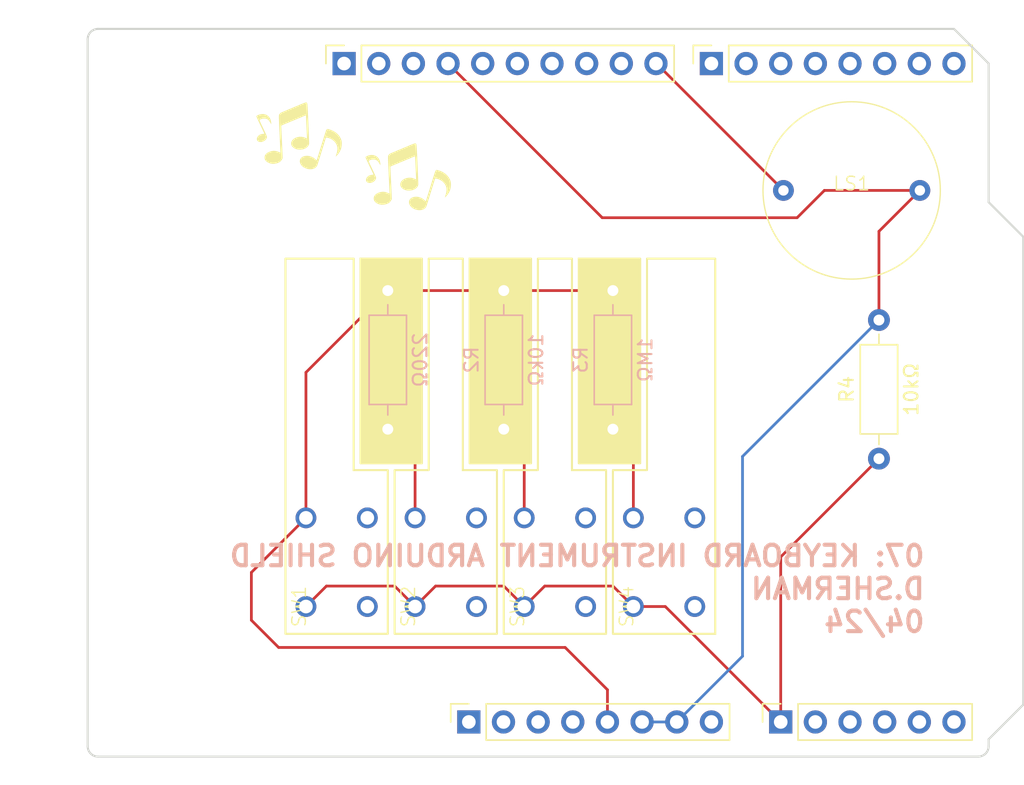
<source format=kicad_pcb>
(kicad_pcb (version 20240108) (generator "pcbnew") (generator_version "8.0")
  (title_block (date "mar. 31 mars 2015"))
  (layers (0 "F.Cu" signal) (31 "B.Cu" signal) (34 "B.Paste" user) (35 "F.Paste" user) (36 "B.SilkS" user "B.Silkscreen") (37 "F.SilkS" user "F.Silkscreen") (38 "B.Mask" user) (39 "F.Mask" user) (44 "Edge.Cuts" user))
  (net 0 "")
  (net 1 "GND")
  (net 3 "+5V")
  (net 4 "/IOREF")
  (net 5 "/A0")
  (net 6 "/A1")
  (net 7 "/A2")
  (net 8 "/A3")
  (net 9 "/SDA{slash}A4")
  (net 10 "/SCL{slash}A5")
  (net 11 "/13")
  (net 12 "/12")
  (net 13 "/AREF")
  (net 14 "/8")
  (net 15 "/7")
  (net 16 "/*11")
  (net 17 "/*10")
  (net 18 "/*9")
  (net 19 "/4")
  (net 20 "/2")
  (net 21 "/*6")
  (net 22 "/*5")
  (net 23 "/TX{slash}1")
  (net 24 "/*3")
  (net 25 "/RX{slash}0")
  (net 26 "+3V3")
  (net 27 "VCC")
  (net 28 "/~{RESET}")
  (net 29 "Net-(R1-Pad2)")
  (net 30 "Net-(R2-Pad2)")
  (net 31 "Net-(R3-Pad2)")
  (footprint "Connector_PinSocket_2.54mm:PinSocket_1x08_P2.54mm_Vertical" (layer "F.Cu") (at 127.94 97.46 90)
    (property "Reference" "J1" (hide yes))
    (property "Value" "Power")
    (fp_line (start 1.33 -1.33) (end 1.33 0) (stroke (width 0.12)) (layer "F.SilkS"))
    (fp_line (start 0 -1.33) (end 1.33 -1.33) (stroke (width 0.12)) (layer "F.SilkS"))
    (fp_line (start 1.33 1.27) (end 1.33 19.11) (stroke (width 0.12)) (layer "F.SilkS"))
    (fp_line (start -1.33 1.27) (end 1.33 1.27) (stroke (width 0.12)) (layer "F.SilkS"))
    (fp_line (start -1.33 1.27) (end -1.33 19.11) (stroke (width 0.12)) (layer "F.SilkS"))
    (fp_line (start -1.33 19.11) (end 1.33 19.11) (stroke (width 0.12)) (layer "F.SilkS"))
    (pad "1" thru_hole rect (at 0 0 90) (size 1.7 1.7) (drill 1) (layers "*.Cu" "*.Mask"))
    (pad "2" thru_hole oval (at 0 2.54 90) (size 1.7 1.7) (drill 1) (layers "*.Cu" "*.Mask") (net 4 "/IOREF"))
    (pad "3" thru_hole oval (at 0 5.08 90) (size 1.7 1.7) (drill 1) (layers "*.Cu" "*.Mask") (net 28 "/~{RESET}"))
    (pad "4" thru_hole oval (at 0 7.62 90) (size 1.7 1.7) (drill 1) (layers "*.Cu" "*.Mask") (net 26 "+3V3"))
    (pad "5" thru_hole oval (at 0 10.16 90) (size 1.7 1.7) (drill 1) (layers "*.Cu" "*.Mask") (net 3 "+5V"))
    (pad "6" thru_hole oval (at 0 12.7 90) (size 1.7 1.7) (drill 1) (layers "*.Cu" "*.Mask") (net 1 "GND"))
    (pad "7" thru_hole oval (at 0 15.24 90) (size 1.7 1.7) (drill 1) (layers "*.Cu" "*.Mask") (net 1 "GND"))
    (pad "8" thru_hole oval (at 0 17.78 90) (size 1.7 1.7) (drill 1) (layers "*.Cu" "*.Mask") (net 27 "VCC"))
  )
  (footprint "Connector_PinSocket_2.54mm:PinSocket_1x06_P2.54mm_Vertical" (layer "F.Cu") (at 150.8 97.46 90)
    (property "Reference" "J3" (hide yes))
    (property "Value" "Analog")
    (fp_line (start 1.33 -1.33) (end 1.33 0) (stroke (width 0.12)) (layer "F.SilkS"))
    (fp_line (start 0 -1.33) (end 1.33 -1.33) (stroke (width 0.12)) (layer "F.SilkS"))
    (fp_line (start 1.33 1.27) (end 1.33 14.03) (stroke (width 0.12)) (layer "F.SilkS"))
    (fp_line (start -1.33 1.27) (end 1.33 1.27) (stroke (width 0.12)) (layer "F.SilkS"))
    (fp_line (start -1.33 1.27) (end -1.33 14.03) (stroke (width 0.12)) (layer "F.SilkS"))
    (fp_line (start -1.33 14.03) (end 1.33 14.03) (stroke (width 0.12)) (layer "F.SilkS"))
    (pad "1" thru_hole rect (at 0 0 90) (size 1.7 1.7) (drill 1) (layers "*.Cu" "*.Mask") (net 5 "/A0"))
    (pad "2" thru_hole oval (at 0 2.54 90) (size 1.7 1.7) (drill 1) (layers "*.Cu" "*.Mask") (net 6 "/A1"))
    (pad "3" thru_hole oval (at 0 5.08 90) (size 1.7 1.7) (drill 1) (layers "*.Cu" "*.Mask") (net 7 "/A2"))
    (pad "4" thru_hole oval (at 0 7.62 90) (size 1.7 1.7) (drill 1) (layers "*.Cu" "*.Mask") (net 8 "/A3"))
    (pad "5" thru_hole oval (at 0 10.16 90) (size 1.7 1.7) (drill 1) (layers "*.Cu" "*.Mask") (net 9 "/SDA{slash}A4"))
    (pad "6" thru_hole oval (at 0 12.7 90) (size 1.7 1.7) (drill 1) (layers "*.Cu" "*.Mask") (net 10 "/SCL{slash}A5"))
  )
  (footprint "Connector_PinSocket_2.54mm:PinSocket_1x10_P2.54mm_Vertical" (layer "F.Cu") (at 118.796 49.2 90)
    (property "Reference" "J2" (hide yes))
    (property "Value" "Digital/PWM")
    (fp_line (start 1.33 -1.33) (end 1.33 0) (stroke (width 0.12)) (layer "F.SilkS"))
    (fp_line (start 0 -1.33) (end 1.33 -1.33) (stroke (width 0.12)) (layer "F.SilkS"))
    (fp_line (start 1.33 1.27) (end 1.33 24.19) (stroke (width 0.12)) (layer "F.SilkS"))
    (fp_line (start -1.33 1.27) (end 1.33 1.27) (stroke (width 0.12)) (layer "F.SilkS"))
    (fp_line (start -1.33 1.27) (end -1.33 24.19) (stroke (width 0.12)) (layer "F.SilkS"))
    (fp_line (start -1.33 24.19) (end 1.33 24.19) (stroke (width 0.12)) (layer "F.SilkS"))
    (pad "1" thru_hole rect (at 0 0 90) (size 1.7 1.7) (drill 1) (layers "*.Cu" "*.Mask") (net 10 "/SCL{slash}A5"))
    (pad "2" thru_hole oval (at 0 2.54 90) (size 1.7 1.7) (drill 1) (layers "*.Cu" "*.Mask") (net 9 "/SDA{slash}A4"))
    (pad "3" thru_hole oval (at 0 5.08 90) (size 1.7 1.7) (drill 1) (layers "*.Cu" "*.Mask") (net 13 "/AREF"))
    (pad "4" thru_hole oval (at 0 7.62 90) (size 1.7 1.7) (drill 1) (layers "*.Cu" "*.Mask") (net 1 "GND"))
    (pad "5" thru_hole oval (at 0 10.16 90) (size 1.7 1.7) (drill 1) (layers "*.Cu" "*.Mask") (net 11 "/13"))
    (pad "6" thru_hole oval (at 0 12.7 90) (size 1.7 1.7) (drill 1) (layers "*.Cu" "*.Mask") (net 12 "/12"))
    (pad "7" thru_hole oval (at 0 15.24 90) (size 1.7 1.7) (drill 1) (layers "*.Cu" "*.Mask") (net 16 "/*11"))
    (pad "8" thru_hole oval (at 0 17.78 90) (size 1.7 1.7) (drill 1) (layers "*.Cu" "*.Mask") (net 17 "/*10"))
    (pad "9" thru_hole oval (at 0 20.32 90) (size 1.7 1.7) (drill 1) (layers "*.Cu" "*.Mask") (net 18 "/*9"))
    (pad "10" thru_hole oval (at 0 22.86 90) (size 1.7 1.7) (drill 1) (layers "*.Cu" "*.Mask") (net 14 "/8"))
  )
  (footprint "Connector_PinSocket_2.54mm:PinSocket_1x08_P2.54mm_Vertical" (layer "F.Cu") (at 145.72 49.2 90)
    (property "Reference" "J4" (hide yes))
    (property "Value" "Digital/PWM")
    (fp_line (start 1.33 -1.33) (end 1.33 0) (stroke (width 0.12)) (layer "F.SilkS"))
    (fp_line (start 0 -1.33) (end 1.33 -1.33) (stroke (width 0.12)) (layer "F.SilkS"))
    (fp_line (start 1.33 1.27) (end 1.33 19.11) (stroke (width 0.12)) (layer "F.SilkS"))
    (fp_line (start -1.33 1.27) (end 1.33 1.27) (stroke (width 0.12)) (layer "F.SilkS"))
    (fp_line (start -1.33 1.27) (end -1.33 19.11) (stroke (width 0.12)) (layer "F.SilkS"))
    (fp_line (start -1.33 19.11) (end 1.33 19.11) (stroke (width 0.12)) (layer "F.SilkS"))
    (pad "1" thru_hole rect (at 0 0 90) (size 1.7 1.7) (drill 1) (layers "*.Cu" "*.Mask") (net 15 "/7"))
    (pad "2" thru_hole oval (at 0 2.54 90) (size 1.7 1.7) (drill 1) (layers "*.Cu" "*.Mask") (net 21 "/*6"))
    (pad "3" thru_hole oval (at 0 5.08 90) (size 1.7 1.7) (drill 1) (layers "*.Cu" "*.Mask") (net 22 "/*5"))
    (pad "4" thru_hole oval (at 0 7.62 90) (size 1.7 1.7) (drill 1) (layers "*.Cu" "*.Mask") (net 19 "/4"))
    (pad "5" thru_hole oval (at 0 10.16 90) (size 1.7 1.7) (drill 1) (layers "*.Cu" "*.Mask") (net 24 "/*3"))
    (pad "6" thru_hole oval (at 0 12.7 90) (size 1.7 1.7) (drill 1) (layers "*.Cu" "*.Mask") (net 20 "/2"))
    (pad "7" thru_hole oval (at 0 15.24 90) (size 1.7 1.7) (drill 1) (layers "*.Cu" "*.Mask") (net 23 "/TX{slash}1"))
    (pad "8" thru_hole oval (at 0 17.78 90) (size 1.7 1.7) (drill 1) (layers "*.Cu" "*.Mask") (net 25 "/RX{slash}0"))
  )
  (footprint "myLibrary:TS02 push button" (layer "F.Cu") (at 124 89 90)
    (property "Reference" "SW2" (at 0 -0.5 90) (layer "F.SilkS") (effects (font (thickness 0.1))))
    (property "Value" "SW_Push")
    (pad "1" thru_hole circle (at 0 0 90) (size 1.524 1.524) (drill 1) (layers "*.Cu" "*.Mask") (net 5 "/A0"))
    (pad "2" thru_hole circle (at 6.5 0 90) (size 1.524 1.524) (drill 1) (layers "*.Cu" "*.Mask") (net 29 "Net-(R1-Pad2)"))
    (pad "3" thru_hole circle (at 6.5 4.5 90) (size 1.524 1.524) (drill 1) (layers "*.Cu" "*.Mask"))
    (pad "4" thru_hole circle (at 0 4.5 90) (size 1.524 1.524) (drill 1) (layers "*.Cu" "*.Mask"))
  )
  (footprint "myLibrary:TS02 push button" (layer "F.Cu") (at 140 89 90)
    (property "Reference" "SW4" (at 0 -0.5 90) (layer "F.SilkS") (effects (font (thickness 0.1))))
    (property "Value" "SW_Push")
    (pad "1" thru_hole circle (at 0 0 90) (size 1.524 1.524) (drill 1) (layers "*.Cu" "*.Mask") (net 5 "/A0"))
    (pad "2" thru_hole circle (at 6.5 0 90) (size 1.524 1.524) (drill 1) (layers "*.Cu" "*.Mask") (net 31 "Net-(R3-Pad2)"))
    (pad "3" thru_hole circle (at 6.5 4.5 90) (size 1.524 1.524) (drill 1) (layers "*.Cu" "*.Mask"))
    (pad "4" thru_hole circle (at 0 4.5 90) (size 1.524 1.524) (drill 1) (layers "*.Cu" "*.Mask"))
  )
  (footprint "notes_footprint:notes_footprint" (layer "F.Cu") (at 123.5 57.5)
    (property "Reference" "G***" (hide yes))
    (property "Value" "LOGO" (hide yes))
    (fp_poly (pts (xy -2.575526 -1.595373) (xy -2.444972 -1.561344) (xy -2.328387 -1.500965) (xy -2.228377 -1.416153) (xy -2.147547 -1.308827) (xy -2.088503 -1.180906) (xy -2.05385 -1.034307) (xy -2.047511 -0.972522) (xy -2.044501 -0.913212) (xy -2.044205 -0.870148) (xy -2.046601 -0.850387) (xy -2.047909 -0.850116) (xy -2.059714 -0.867903) (xy -2.081622 -0.906265) (xy -2.107429 -0.954153) (xy -2.170873 -1.061404) (xy -2.235407 -1.141587) (xy -2.305799 -1.200118) (xy -2.343339 -1.222256) (xy -2.391753 -1.245049) (xy -2.437143 -1.258447) (xy -2.491397 -1.264811) (xy -2.566152 -1.266502) (xy -2.641353 -1.265022) (xy -2.696669 -1.258606) (xy -2.744815 -1.244726) (xy -2.798507 -1.220856) (xy -2.800267 -1.219993) (xy -2.850526 -1.193069) (xy -2.88768 -1.168967) (xy -2.902775 -1.154165) (xy -2.897532 -1.135679) (xy -2.879462 -1.091075) (xy -2.850049 -1.023627) (xy -2.810774 -0.936607) (xy -2.763121 -0.833289) (xy -2.708572 -0.716947) (xy -2.648609 -0.590854) (xy -2.631885 -0.555982) (xy -2.555633 -0.39594) (xy -2.490537 -0.256542) (xy -2.437282 -0.139341) (xy -2.396556 -0.045891) (xy -2.369045 0.022254) (xy -2.355434 0.063541) (xy -2.354027 0.072848) (xy -2.368055 0.145504) (xy -2.40574 0.223615) (xy -2.461928 0.297193) (xy -2.478393 0.313833) (xy -2.563579 0.377968) (xy -2.661844 0.423759) (xy -2.765275 0.449382) (xy -2.86596 0.453013) (xy -2.955988 0.43283) (xy -2.969414 0.427016) (xy -3.040871 0.378473) (xy -3.084979 0.315011) (xy -3.101329 0.24023) (xy -3.089508 0.157731) (xy -3.049107 0.071115) (xy -3.015381 0.024045) (xy -2.92994 -0.05623) (xy -2.824635 -0.11161) (xy -2.702306 -0.140718) (xy -2.669406 -0.143728) (xy -2.611621 -0.148989) (xy -2.569173 -0.155813) (xy -2.550143 -0.162844) (xy -2.549807 -0.163795) (xy -2.556668 -0.180721) (xy -2.576268 -0.223953) (xy -2.60713 -0.290359) (xy -2.647779 -0.376806) (xy -2.69674 -0.480163) (xy -2.752535 -0.597297) (xy -2.81369 -0.725076) (xy -2.845241 -0.790783) (xy -2.908484 -0.923284) (xy -2.966834 -1.047342) (xy -3.018834 -1.159725) (xy -3.063026 -1.257199) (xy -3.097953 -1.33653) (xy -3.122158 -1.394486) (xy -3.134183 -1.427833) (xy -3.135206 -1.434124) (xy -3.116357 -1.460308) (xy -3.07305 -1.491452) (xy -3.012331 -1.523796) (xy -2.941247 -1.553578) (xy -2.86812 -1.576705) (xy -2.717444 -1.601133)) (fill solid) (layer "F.SilkS"))
    (fp_poly (pts (xy 2.124431 -0.500205) (xy 2.161514 -0.491476) (xy 2.359401 -0.428205) (xy 2.540525 -0.34238) (xy 2.7024 -0.236119) (xy 2.842539 -0.11154) (xy 2.958456 0.029241) (xy 3.047664 0.184106) (xy 3.09372 0.302381) (xy 3.112595 0.37199) (xy 3.123634 0.441638) (xy 3.128337 0.523596) (xy 3.128714 0.588417) (xy 3.112877 0.784066) (xy 3.06748 0.96689) (xy 2.991513 1.139987) (xy 2.903031 1.280564) (xy 2.869616 1.323986) (xy 2.828547 1.373041) (xy 2.784768 1.422415) (xy 2.743223 1.466794) (xy 2.708856 1.500862) (xy 2.686611 1.519306) (xy 2.680855 1.519394) (xy 2.685591 1.501601) (xy 2.698115 1.459715) (xy 2.716291 1.40079) (xy 2.729901 1.357399) (xy 2.779169 1.174208) (xy 2.804411 1.01293) (xy 2.805657 0.873343) (xy 2.799243 0.822363) (xy 2.758405 0.678254) (xy 2.688583 0.543616) (xy 2.592879 0.421669) (xy 2.474397 0.315638) (xy 2.33624 0.228743) (xy 2.181511 0.164207) (xy 2.158621 0.157115) (xy 2.100821 0.142919) (xy 2.043894 0.133745) (xy 1.9964 0.130378) (xy 1.966896 0.133598) (xy 1.96139 0.139084) (xy 1.956675 0.156266) (xy 1.943191 0.201457) (xy 1.921928 0.271468) (xy 1.893878 0.363109) (xy 1.860031 0.47319) (xy 1.821378 0.598521) (xy 1.778911 0.735914) (xy 1.733619 0.882177) (xy 1.686494 1.034123) (xy 1.638527 1.18856) (xy 1.590708 1.3423) (xy 1.544028 1.492153) (xy 1.499479 1.634928) (xy 1.458051 1.767437) (xy 1.420734 1.88649) (xy 1.388521 1.988898) (xy 1.362401 2.071469) (xy 1.343366 2.131016) (xy 1.332406 2.164348) (xy 1.331021 2.168275) (xy 1.302978 2.220294) (xy 1.258328 2.277901) (xy 1.227188 2.30999) (xy 1.128969 2.379995) (xy 1.011473 2.426286) (xy 0.878608 2.448198) (xy 0.734284 2.44506) (xy 0.591532 2.418639) (xy 0.453453 2.37043) (xy 0.330419 2.30372) (xy 0.225647 2.221794) (xy 0.142354 2.127942) (xy 0.083755 2.025449) (xy 0.053067 1.917603) (xy 0.049194 1.864395) (xy 0.063172 1.760375) (xy 0.103179 1.670911) (xy 0.165725 1.596509) (xy 0.247324 1.537678) (xy 0.344485 1.494925) (xy 0.45372 1.468758) (xy 0.57154 1.459685) (xy 0.694457 1.468213) (xy 0.818982 1.49485) (xy 0.941626 1.540104) (xy 1.0589 1.604483) (xy 1.167315 1.688493) (xy 1.179544 1.699898) (xy 1.225823 1.742998) (xy 1.262237 1.775141) (xy 1.283142 1.791422) (xy 1.285916 1.792377) (xy 1.291458 1.776374) (xy 1.305762 1.731995) (xy 1.327931 1.662097) (xy 1.35707 1.569532) (xy 1.392284 1.457159) (xy 1.432678 1.32783) (xy 1.477355 1.184402) (xy 1.52542 1.02973) (xy 1.553597 0.938897) (xy 1.627723 0.699781) (xy 1.692806 0.489921) (xy 1.749508 0.307355) (xy 1.798487 0.150122) (xy 1.840404 0.016262) (xy 1.875918 -0.096188) (xy 1.90569 -0.189189) (xy 1.930379 -0.264702) (xy 1.950646 -0.324687) (xy 1.96715 -0.371107) (xy 1.980551 -0.405922) (xy 1.99151 -0.431095) (xy 2.000685 -0.448585) (xy 2.008737 -0.460354) (xy 2.016327 -0.468364) (xy 2.024113 -0.474576) (xy 2.03087 -0.479527) (xy 2.059751 -0.498345) (xy 2.086787 -0.504858)) (fill solid) (layer "F.SilkS"))
    (fp_poly (pts (xy 0.546453 -2.443134) (xy 0.569522 -2.426638) (xy 0.587263 -2.400316) (xy 0.596014 -2.381842) (xy 0.600657 -2.3638) (xy 0.605564 -2.329442) (xy 0.610825 -2.277205) (xy 0.616531 -2.205528) (xy 0.622773 -2.11285) (xy 0.629642 -1.997609) (xy 0.637229 -1.858243) (xy 0.645625 -1.693191) (xy 0.65492 -1.500892) (xy 0.665205 -1.279784) (xy 0.676572 -1.028305) (xy 0.682323 -0.89897) (xy 0.69167 -0.684283) (xy 0.700351 -0.477973) (xy 0.708278 -0.282511) (xy 0.715366 -0.10037) (xy 0.721528 0.065979) (xy 0.726677 0.214063) (xy 0.730727 0.341413) (xy 0.733591 0.445554) (xy 0.735184 0.524017) (xy 0.735417 0.574329) (xy 0.734531 0.592865) (xy 0.701874 0.687092) (xy 0.640615 0.777139) (xy 0.554813 0.857457) (xy 0.525838 0.878191) (xy 0.429773 0.934961) (xy 0.333648 0.973552) (xy 0.226854 0.997248) (xy 0.10281 1.00912) (xy -0.054061 1.007002) (xy -0.19192 0.981701) (xy -0.316003 0.93196) (xy -0.381851 0.892675) (xy -0.478715 0.812206) (xy -0.545495 0.722486) (xy -0.581797 0.626243) (xy -0.587232 0.526207) (xy -0.561407 0.425105) (xy -0.503932 0.325667) (xy -0.469185 0.283877) (xy -0.370848 0.199355) (xy -0.251826 0.134499) (xy -0.118134 0.09011) (xy 0.024216 0.066989) (xy 0.16921 0.065936) (xy 0.310837 0.087751) (xy 0.443082 0.133237) (xy 0.488647 0.156346) (xy 0.531108 0.177921) (xy 0.560738 0.188964) (xy 0.568402 0.188913) (xy 0.569438 0.171385) (xy 0.568992 0.124895) (xy 0.567185 0.053133) (xy 0.564136 -0.040214) (xy 0.559967 -0.151456) (xy 0.554797 -0.276903) (xy 0.548787 -0.412002) (xy 0.541955 -0.561351) (xy 0.535152 -0.711865) (xy 0.528643 -0.857576) (xy 0.522692 -0.99252) (xy 0.517562 -1.11073) (xy 0.513516 -1.206241) (xy 0.511547 -1.254472) (xy 0.507747 -1.340525) (xy 0.503802 -1.41372) (xy 0.500069 -1.468457) (xy 0.496907 -1.499138) (xy 0.495567 -1.503732) (xy 0.4797 -1.497629) (xy 0.436797 -1.480179) (xy 0.369973 -1.452672) (xy 0.28234 -1.416399) (xy 0.177013 -1.37265) (xy 0.057104 -1.322716) (xy -0.074273 -1.267886) (xy -0.159782 -1.23214) (xy -0.304565 -1.171617) (xy -0.446438 -1.11238) (xy -0.581143 -1.056203) (xy -0.704423 -1.004859) (xy -0.812019 -0.96012) (xy -0.899673 -0.923759) (xy -0.963128 -0.89755) (xy -0.980695 -0.89034) (xy -1.088022 -0.846339) (xy -1.168838 -0.81268) (xy -1.226897 -0.787353) (xy -1.265955 -0.76835) (xy -1.289768 -0.753662) (xy -1.302091 -0.741282) (xy -1.30668 -0.7292) (xy -1.307293 -0.715671) (xy -1.306479 -0.691671) (xy -1.304278 -0.638662) (xy -1.300855 -0.560289) (xy -1.296374 -0.460197) (xy -1.290998 -0.34203) (xy -1.284892 -0.209434) (xy -1.278218 -0.066051) (xy -1.275122 0) (xy -1.267169 0.170683) (xy -1.258818 0.352462) (xy -1.250402 0.537897) (xy -1.242256 0.71955) (xy -1.234714 0.889982) (xy -1.228108 1.041754) (xy -1.22333 1.154075) (xy -1.20341 1.629836) (xy -1.248986 1.72299) (xy -1.306256 1.809598) (xy -1.386369 1.889295) (xy -1.479548 1.953044) (xy -1.518516 1.972153) (xy -1.652784 2.017645) (xy -1.796833 2.044526) (xy -1.938315 2.051053) (xy -2.023507 2.043483) (xy -2.152976 2.012021) (xy -2.272383 1.960885) (xy -2.375862 1.893711) (xy -2.457548 1.81413) (xy -2.501586 1.747311) (xy -2.52722 1.666953) (xy -2.533177 1.574007) (xy -2.519525 1.481936) (xy -2.499959 1.4285) (xy -2.439153 1.338165) (xy -2.351881 1.25818) (xy -2.243455 1.191224) (xy -2.119188 1.13998) (xy -1.984391 1.107128) (xy -1.844377 1.09535) (xy -1.839888 1.095351) (xy -1.727157 1.105754) (xy -1.606761 1.133534) (xy -1.49536 1.174448) (xy -1.459504 1.192202) (xy -1.413162 1.214519) (xy -1.38222 1.223916) (xy -1.373114 1.22021) (xy -1.373873 1.201225) (xy -1.376026 1.15215) (xy -1.379455 1.075552) (xy -1.384045 0.973997) (xy -1.389678 0.850051) (xy -1.396237 0.706279) (xy -1.403605 0.545247) (xy -1.411667 0.369521) (xy -1.420303 0.181667) (xy -1.429399 -0.015748) (xy -1.43018 -0.03269) (xy -1.441865 -0.285872) (xy -1.452098 -0.508483) (xy -1.460898 -0.702608) (xy -1.468283 -0.870331) (xy -1.474271 -1.01374) (xy -1.478881 -1.134917) (xy -1.482131 -1.23595) (xy -1.484039 -1.318923) (xy -1.484622 -1.385922) (xy -1.483901 -1.439031) (xy -1.481892 -1.480337) (xy -1.478613 -1.511924) (xy -1.474084 -1.535877) (xy -1.468323 -1.554283) (xy -1.461346 -1.569226) (xy -1.453174 -1.582791) (xy -1.44385 -1.597024) (xy -1.404216 -1.645586) (xy -1.357179 -1.68665) (xy -1.341694 -1.696469) (xy -1.313617 -1.709922) (xy -1.259039 -1.734248) (xy -1.181678 -1.767855) (xy -1.085253 -1.809152) (xy -0.973484 -1.856547) (xy -0.850088 -1.908448) (xy -0.718784 -1.963264) (xy -0.702832 -1.969897) (xy -0.562005 -2.028469) (xy -0.420965 -2.087225) (xy -0.284874 -2.144005) (xy -0.158898 -2.196651) (xy -0.048202 -2.243004) (xy 0.04205 -2.280908) (xy 0.100884 -2.30574) (xy 0.229146 -2.359458) (xy 0.331159 -2.400134) (xy 0.410409 -2.428303) (xy 0.470384 -2.444502) (xy 0.514569 -2.449267)) (fill solid) (layer "F.SilkS"))
  )
  (footprint "myLibrary:TS02 push button" (layer "F.Cu") (at 116 89 90)
    (property "Reference" "SW1" (at 0 -0.5 90) (layer "F.SilkS") (effects (font (thickness 0.1))))
    (property "Value" "SW_Push")
    (pad "1" thru_hole circle (at 0 0 90) (size 1.524 1.524) (drill 1) (layers "*.Cu" "*.Mask") (net 5 "/A0"))
    (pad "2" thru_hole circle (at 6.5 0 90) (size 1.524 1.524) (drill 1) (layers "*.Cu" "*.Mask") (net 3 "+5V"))
    (pad "3" thru_hole circle (at 6.5 4.5 90) (size 1.524 1.524) (drill 1) (layers "*.Cu" "*.Mask"))
    (pad "4" thru_hole circle (at 0 4.5 90) (size 1.524 1.524) (drill 1) (layers "*.Cu" "*.Mask"))
  )
  (footprint "Resistor_THT:R_Axial_DIN0207_L6.3mm_D2.5mm_P10.16mm_Horizontal" (layer "F.Cu") (at 158 78.16 90)
    (property "Reference" "R4" (at 5.08 -2.37 -90) (layer "F.SilkS"))
    (property "Value" "10kΩ" (at 5.08 2.37 -90) (layer "F.SilkS"))
    (fp_line (start 8.35 -1.37) (end 1.81 -1.37) (stroke (width 0.12)) (layer "F.SilkS"))
    (fp_line (start 1.81 -1.37) (end 1.81 1.37) (stroke (width 0.12)) (layer "F.SilkS"))
    (fp_line (start 9.12 0) (end 8.35 0) (stroke (width 0.12)) (layer "F.SilkS"))
    (fp_line (start 1.04 0) (end 1.81 0) (stroke (width 0.12)) (layer "F.SilkS"))
    (fp_line (start 8.35 1.37) (end 8.35 -1.37) (stroke (width 0.12)) (layer "F.SilkS"))
    (fp_line (start 1.81 1.37) (end 8.35 1.37) (stroke (width 0.12)) (layer "F.SilkS"))
    (pad "1" thru_hole circle (at 0 0 90) (size 1.6 1.6) (drill 0.8) (layers "*.Cu" "*.Mask") (net 5 "/A0"))
    (pad "2" thru_hole oval (at 10.16 0 90) (size 1.6 1.6) (drill 0.8) (layers "*.Cu" "*.Mask") (net 1 "GND"))
  )
  (footprint "myLibrary:TS02 push button" (layer "F.Cu") (at 132 89 90)
    (property "Reference" "SW3" (at 0 -0.5 90) (layer "F.SilkS") (effects (font (thickness 0.1))))
    (property "Value" "SW_Push")
    (pad "1" thru_hole circle (at 0 0 90) (size 1.524 1.524) (drill 1) (layers "*.Cu" "*.Mask") (net 5 "/A0"))
    (pad "2" thru_hole circle (at 6.5 0 90) (size 1.524 1.524) (drill 1) (layers "*.Cu" "*.Mask") (net 30 "Net-(R2-Pad2)"))
    (pad "3" thru_hole circle (at 6.5 4.5 90) (size 1.524 1.524) (drill 1) (layers "*.Cu" "*.Mask"))
    (pad "4" thru_hole circle (at 0 4.5 90) (size 1.524 1.524) (drill 1) (layers "*.Cu" "*.Mask"))
  )
  (footprint "Arduino_MountingHole:MountingHole_3.2mm" (layer "F.Cu") (at 115.24 49.2)
    (property "Reference" "MH1" (hide yes))
    (property "Value" "MountingHole_3.2mm" (hide yes))
    (pad "" np_thru_hole circle (at 0 0) (size 3.2 3.2) (drill 3.2) (layers "*.Cu" "*.Mask"))
  )
  (footprint "myLibrary:speaker" (layer "F.Cu") (at 156 58.5)
    (property "Reference" "LS1" (at 0 -0.5 0) (layer "F.SilkS") (effects (font (thickness 0.1))))
    (property "Value" "Speaker")
    (fp_circle (center 0 0) (end -6.5 0) (stroke (width 0.1)) (fill none) (layer "F.SilkS"))
    (pad "1" thru_hole circle (at -5 0) (size 1.524 1.524) (drill 0.762) (layers "*.Cu" "*.Mask") (net 14 "/8"))
    (pad "2" thru_hole circle (at 5 0) (size 1.524 1.524) (drill 0.762) (layers "*.Cu" "*.Mask") (net 1 "GND"))
  )
  (footprint "notes_footprint:notes_footprint" (layer "F.Cu") (at 115.5 54.5)
    (property "Reference" "G***" (hide yes))
    (property "Value" "LOGO" (hide yes))
    (fp_poly (pts (xy -2.575526 -1.595373) (xy -2.444972 -1.561344) (xy -2.328387 -1.500965) (xy -2.228377 -1.416153) (xy -2.147547 -1.308827) (xy -2.088503 -1.180906) (xy -2.05385 -1.034307) (xy -2.047511 -0.972522) (xy -2.044501 -0.913212) (xy -2.044205 -0.870148) (xy -2.046601 -0.850387) (xy -2.047909 -0.850116) (xy -2.059714 -0.867903) (xy -2.081622 -0.906265) (xy -2.107429 -0.954153) (xy -2.170873 -1.061404) (xy -2.235407 -1.141587) (xy -2.305799 -1.200118) (xy -2.343339 -1.222256) (xy -2.391753 -1.245049) (xy -2.437143 -1.258447) (xy -2.491397 -1.264811) (xy -2.566152 -1.266502) (xy -2.641353 -1.265022) (xy -2.696669 -1.258606) (xy -2.744815 -1.244726) (xy -2.798507 -1.220856) (xy -2.800267 -1.219993) (xy -2.850526 -1.193069) (xy -2.88768 -1.168967) (xy -2.902775 -1.154165) (xy -2.897532 -1.135679) (xy -2.879462 -1.091075) (xy -2.850049 -1.023627) (xy -2.810774 -0.936607) (xy -2.763121 -0.833289) (xy -2.708572 -0.716947) (xy -2.648609 -0.590854) (xy -2.631885 -0.555982) (xy -2.555633 -0.39594) (xy -2.490537 -0.256542) (xy -2.437282 -0.139341) (xy -2.396556 -0.045891) (xy -2.369045 0.022254) (xy -2.355434 0.063541) (xy -2.354027 0.072848) (xy -2.368055 0.145504) (xy -2.40574 0.223615) (xy -2.461928 0.297193) (xy -2.478393 0.313833) (xy -2.563579 0.377968) (xy -2.661844 0.423759) (xy -2.765275 0.449382) (xy -2.86596 0.453013) (xy -2.955988 0.43283) (xy -2.969414 0.427016) (xy -3.040871 0.378473) (xy -3.084979 0.315011) (xy -3.101329 0.24023) (xy -3.089508 0.157731) (xy -3.049107 0.071115) (xy -3.015381 0.024045) (xy -2.92994 -0.05623) (xy -2.824635 -0.11161) (xy -2.702306 -0.140718) (xy -2.669406 -0.143728) (xy -2.611621 -0.148989) (xy -2.569173 -0.155813) (xy -2.550143 -0.162844) (xy -2.549807 -0.163795) (xy -2.556668 -0.180721) (xy -2.576268 -0.223953) (xy -2.60713 -0.290359) (xy -2.647779 -0.376806) (xy -2.69674 -0.480163) (xy -2.752535 -0.597297) (xy -2.81369 -0.725076) (xy -2.845241 -0.790783) (xy -2.908484 -0.923284) (xy -2.966834 -1.047342) (xy -3.018834 -1.159725) (xy -3.063026 -1.257199) (xy -3.097953 -1.33653) (xy -3.122158 -1.394486) (xy -3.134183 -1.427833) (xy -3.135206 -1.434124) (xy -3.116357 -1.460308) (xy -3.07305 -1.491452) (xy -3.012331 -1.523796) (xy -2.941247 -1.553578) (xy -2.86812 -1.576705) (xy -2.717444 -1.601133)) (fill solid) (layer "F.SilkS"))
    (fp_poly (pts (xy 2.124431 -0.500205) (xy 2.161514 -0.491476) (xy 2.359401 -0.428205) (xy 2.540525 -0.34238) (xy 2.7024 -0.236119) (xy 2.842539 -0.11154) (xy 2.958456 0.029241) (xy 3.047664 0.184106) (xy 3.09372 0.302381) (xy 3.112595 0.37199) (xy 3.123634 0.441638) (xy 3.128337 0.523596) (xy 3.128714 0.588417) (xy 3.112877 0.784066) (xy 3.06748 0.96689) (xy 2.991513 1.139987) (xy 2.903031 1.280564) (xy 2.869616 1.323986) (xy 2.828547 1.373041) (xy 2.784768 1.422415) (xy 2.743223 1.466794) (xy 2.708856 1.500862) (xy 2.686611 1.519306) (xy 2.680855 1.519394) (xy 2.685591 1.501601) (xy 2.698115 1.459715) (xy 2.716291 1.40079) (xy 2.729901 1.357399) (xy 2.779169 1.174208) (xy 2.804411 1.01293) (xy 2.805657 0.873343) (xy 2.799243 0.822363) (xy 2.758405 0.678254) (xy 2.688583 0.543616) (xy 2.592879 0.421669) (xy 2.474397 0.315638) (xy 2.33624 0.228743) (xy 2.181511 0.164207) (xy 2.158621 0.157115) (xy 2.100821 0.142919) (xy 2.043894 0.133745) (xy 1.9964 0.130378) (xy 1.966896 0.133598) (xy 1.96139 0.139084) (xy 1.956675 0.156266) (xy 1.943191 0.201457) (xy 1.921928 0.271468) (xy 1.893878 0.363109) (xy 1.860031 0.47319) (xy 1.821378 0.598521) (xy 1.778911 0.735914) (xy 1.733619 0.882177) (xy 1.686494 1.034123) (xy 1.638527 1.18856) (xy 1.590708 1.3423) (xy 1.544028 1.492153) (xy 1.499479 1.634928) (xy 1.458051 1.767437) (xy 1.420734 1.88649) (xy 1.388521 1.988898) (xy 1.362401 2.071469) (xy 1.343366 2.131016) (xy 1.332406 2.164348) (xy 1.331021 2.168275) (xy 1.302978 2.220294) (xy 1.258328 2.277901) (xy 1.227188 2.30999) (xy 1.128969 2.379995) (xy 1.011473 2.426286) (xy 0.878608 2.448198) (xy 0.734284 2.44506) (xy 0.591532 2.418639) (xy 0.453453 2.37043) (xy 0.330419 2.30372) (xy 0.225647 2.221794) (xy 0.142354 2.127942) (xy 0.083755 2.025449) (xy 0.053067 1.917603) (xy 0.049194 1.864395) (xy 0.063172 1.760375) (xy 0.103179 1.670911) (xy 0.165725 1.596509) (xy 0.247324 1.537678) (xy 0.344485 1.494925) (xy 0.45372 1.468758) (xy 0.57154 1.459685) (xy 0.694457 1.468213) (xy 0.818982 1.49485) (xy 0.941626 1.540104) (xy 1.0589 1.604483) (xy 1.167315 1.688493) (xy 1.179544 1.699898) (xy 1.225823 1.742998) (xy 1.262237 1.775141) (xy 1.283142 1.791422) (xy 1.285916 1.792377) (xy 1.291458 1.776374) (xy 1.305762 1.731995) (xy 1.327931 1.662097) (xy 1.35707 1.569532) (xy 1.392284 1.457159) (xy 1.432678 1.32783) (xy 1.477355 1.184402) (xy 1.52542 1.02973) (xy 1.553597 0.938897) (xy 1.627723 0.699781) (xy 1.692806 0.489921) (xy 1.749508 0.307355) (xy 1.798487 0.150122) (xy 1.840404 0.016262) (xy 1.875918 -0.096188) (xy 1.90569 -0.189189) (xy 1.930379 -0.264702) (xy 1.950646 -0.324687) (xy 1.96715 -0.371107) (xy 1.980551 -0.405922) (xy 1.99151 -0.431095) (xy 2.000685 -0.448585) (xy 2.008737 -0.460354) (xy 2.016327 -0.468364) (xy 2.024113 -0.474576) (xy 2.03087 -0.479527) (xy 2.059751 -0.498345) (xy 2.086787 -0.504858)) (fill solid) (layer "F.SilkS"))
    (fp_poly (pts (xy 0.546453 -2.443134) (xy 0.569522 -2.426638) (xy 0.587263 -2.400316) (xy 0.596014 -2.381842) (xy 0.600657 -2.3638) (xy 0.605564 -2.329442) (xy 0.610825 -2.277205) (xy 0.616531 -2.205528) (xy 0.622773 -2.11285) (xy 0.629642 -1.997609) (xy 0.637229 -1.858243) (xy 0.645625 -1.693191) (xy 0.65492 -1.500892) (xy 0.665205 -1.279784) (xy 0.676572 -1.028305) (xy 0.682323 -0.89897) (xy 0.69167 -0.684283) (xy 0.700351 -0.477973) (xy 0.708278 -0.282511) (xy 0.715366 -0.10037) (xy 0.721528 0.065979) (xy 0.726677 0.214063) (xy 0.730727 0.341413) (xy 0.733591 0.445554) (xy 0.735184 0.524017) (xy 0.735417 0.574329) (xy 0.734531 0.592865) (xy 0.701874 0.687092) (xy 0.640615 0.777139) (xy 0.554813 0.857457) (xy 0.525838 0.878191) (xy 0.429773 0.934961) (xy 0.333648 0.973552) (xy 0.226854 0.997248) (xy 0.10281 1.00912) (xy -0.054061 1.007002) (xy -0.19192 0.981701) (xy -0.316003 0.93196) (xy -0.381851 0.892675) (xy -0.478715 0.812206) (xy -0.545495 0.722486) (xy -0.581797 0.626243) (xy -0.587232 0.526207) (xy -0.561407 0.425105) (xy -0.503932 0.325667) (xy -0.469185 0.283877) (xy -0.370848 0.199355) (xy -0.251826 0.134499) (xy -0.118134 0.09011) (xy 0.024216 0.066989) (xy 0.16921 0.065936) (xy 0.310837 0.087751) (xy 0.443082 0.133237) (xy 0.488647 0.156346) (xy 0.531108 0.177921) (xy 0.560738 0.188964) (xy 0.568402 0.188913) (xy 0.569438 0.171385) (xy 0.568992 0.124895) (xy 0.567185 0.053133) (xy 0.564136 -0.040214) (xy 0.559967 -0.151456) (xy 0.554797 -0.276903) (xy 0.548787 -0.412002) (xy 0.541955 -0.561351) (xy 0.535152 -0.711865) (xy 0.528643 -0.857576) (xy 0.522692 -0.99252) (xy 0.517562 -1.11073) (xy 0.513516 -1.206241) (xy 0.511547 -1.254472) (xy 0.507747 -1.340525) (xy 0.503802 -1.41372) (xy 0.500069 -1.468457) (xy 0.496907 -1.499138) (xy 0.495567 -1.503732) (xy 0.4797 -1.497629) (xy 0.436797 -1.480179) (xy 0.369973 -1.452672) (xy 0.28234 -1.416399) (xy 0.177013 -1.37265) (xy 0.057104 -1.322716) (xy -0.074273 -1.267886) (xy -0.159782 -1.23214) (xy -0.304565 -1.171617) (xy -0.446438 -1.11238) (xy -0.581143 -1.056203) (xy -0.704423 -1.004859) (xy -0.812019 -0.96012) (xy -0.899673 -0.923759) (xy -0.963128 -0.89755) (xy -0.980695 -0.89034) (xy -1.088022 -0.846339) (xy -1.168838 -0.81268) (xy -1.226897 -0.787353) (xy -1.265955 -0.76835) (xy -1.289768 -0.753662) (xy -1.302091 -0.741282) (xy -1.30668 -0.7292) (xy -1.307293 -0.715671) (xy -1.306479 -0.691671) (xy -1.304278 -0.638662) (xy -1.300855 -0.560289) (xy -1.296374 -0.460197) (xy -1.290998 -0.34203) (xy -1.284892 -0.209434) (xy -1.278218 -0.066051) (xy -1.275122 0) (xy -1.267169 0.170683) (xy -1.258818 0.352462) (xy -1.250402 0.537897) (xy -1.242256 0.71955) (xy -1.234714 0.889982) (xy -1.228108 1.041754) (xy -1.22333 1.154075) (xy -1.20341 1.629836) (xy -1.248986 1.72299) (xy -1.306256 1.809598) (xy -1.386369 1.889295) (xy -1.479548 1.953044) (xy -1.518516 1.972153) (xy -1.652784 2.017645) (xy -1.796833 2.044526) (xy -1.938315 2.051053) (xy -2.023507 2.043483) (xy -2.152976 2.012021) (xy -2.272383 1.960885) (xy -2.375862 1.893711) (xy -2.457548 1.81413) (xy -2.501586 1.747311) (xy -2.52722 1.666953) (xy -2.533177 1.574007) (xy -2.519525 1.481936) (xy -2.499959 1.4285) (xy -2.439153 1.338165) (xy -2.351881 1.25818) (xy -2.243455 1.191224) (xy -2.119188 1.13998) (xy -1.984391 1.107128) (xy -1.844377 1.09535) (xy -1.839888 1.095351) (xy -1.727157 1.105754) (xy -1.606761 1.133534) (xy -1.49536 1.174448) (xy -1.459504 1.192202) (xy -1.413162 1.214519) (xy -1.38222 1.223916) (xy -1.373114 1.22021) (xy -1.373873 1.201225) (xy -1.376026 1.15215) (xy -1.379455 1.075552) (xy -1.384045 0.973997) (xy -1.389678 0.850051) (xy -1.396237 0.706279) (xy -1.403605 0.545247) (xy -1.411667 0.369521) (xy -1.420303 0.181667) (xy -1.429399 -0.015748) (xy -1.43018 -0.03269) (xy -1.441865 -0.285872) (xy -1.452098 -0.508483) (xy -1.460898 -0.702608) (xy -1.468283 -0.870331) (xy -1.474271 -1.01374) (xy -1.478881 -1.134917) (xy -1.482131 -1.23595) (xy -1.484039 -1.318923) (xy -1.484622 -1.385922) (xy -1.483901 -1.439031) (xy -1.481892 -1.480337) (xy -1.478613 -1.511924) (xy -1.474084 -1.535877) (xy -1.468323 -1.554283) (xy -1.461346 -1.569226) (xy -1.453174 -1.582791) (xy -1.44385 -1.597024) (xy -1.404216 -1.645586) (xy -1.357179 -1.68665) (xy -1.341694 -1.696469) (xy -1.313617 -1.709922) (xy -1.259039 -1.734248) (xy -1.181678 -1.767855) (xy -1.085253 -1.809152) (xy -0.973484 -1.856547) (xy -0.850088 -1.908448) (xy -0.718784 -1.963264) (xy -0.702832 -1.969897) (xy -0.562005 -2.028469) (xy -0.420965 -2.087225) (xy -0.284874 -2.144005) (xy -0.158898 -2.196651) (xy -0.048202 -2.243004) (xy 0.04205 -2.280908) (xy 0.100884 -2.30574) (xy 0.229146 -2.359458) (xy 0.331159 -2.400134) (xy 0.410409 -2.428303) (xy 0.470384 -2.444502) (xy 0.514569 -2.449267)) (fill solid) (layer "F.SilkS"))
  )
  (footprint "Arduino_MountingHole:MountingHole_3.2mm" (layer "F.Cu") (at 113.97 97.46)
    (property "Reference" "MH2" (hide yes))
    (property "Value" "MountingHole_3.2mm" (hide yes))
    (pad "" np_thru_hole circle (at 0 0) (size 3.2 3.2) (drill 3.2) (layers "*.Cu" "*.Mask"))
  )
  (footprint "Arduino_MountingHole:MountingHole_3.2mm" (layer "F.Cu") (at 166.04 64.44)
    (property "Reference" "MH3" (hide yes))
    (property "Value" "MountingHole_3.2mm" (hide yes))
    (pad "" np_thru_hole circle (at 0 0) (size 3.2 3.2) (drill 3.2) (layers "*.Cu" "*.Mask"))
  )
  (footprint "Arduino_MountingHole:MountingHole_3.2mm" (layer "F.Cu") (at 166.04 92.38)
    (property "Reference" "MH4" (hide yes))
    (property "Value" "MountingHole_3.2mm" (hide yes))
    (pad "" np_thru_hole circle (at 0 0) (size 3.2 3.2) (drill 3.2) (layers "*.Cu" "*.Mask"))
  )
  (footprint "Resistor_THT:R_Axial_DIN0207_L6.3mm_D2.5mm_P10.16mm_Horizontal" (layer "B.Cu") (at 122 65.84 -90)
    (property "Reference" "R1")
    (property "Value" "220Ω" (at 5.08 -2.37 90) (layer "B.SilkS") (effects (justify mirror)))
    (fp_line (start 1.81 1.37) (end 8.35 1.37) (stroke (width 0.12)) (layer "B.SilkS"))
    (fp_line (start 8.35 1.37) (end 8.35 -1.37) (stroke (width 0.12)) (layer "B.SilkS"))
    (fp_line (start 1.81 0) (end 1.04 0) (stroke (width 0.12)) (layer "B.SilkS"))
    (fp_line (start 8.35 0) (end 9.12 0) (stroke (width 0.12)) (layer "B.SilkS"))
    (fp_line (start 1.81 -1.37) (end 1.81 1.37) (stroke (width 0.12)) (layer "B.SilkS"))
    (fp_line (start 8.35 -1.37) (end 1.81 -1.37) (stroke (width 0.12)) (layer "B.SilkS"))
    (pad "1" thru_hole circle (at 0 0 270) (size 1.6 1.6) (drill 0.8) (layers "*.Cu" "*.Mask") (net 3 "+5V"))
    (pad "2" thru_hole oval (at 10.16 0 270) (size 1.6 1.6) (drill 0.8) (layers "*.Cu" "*.Mask") (net 29 "Net-(R1-Pad2)"))
  )
  (footprint "Resistor_THT:R_Axial_DIN0207_L6.3mm_D2.5mm_P10.16mm_Horizontal" (layer "B.Cu") (at 138.5 65.84 -90)
    (property "Reference" "R3" (at 5.08 2.37 90) (layer "B.SilkS") (effects (justify mirror)))
    (property "Value" "1MΩ" (at 5.08 -2.37 90) (layer "B.SilkS") (effects (justify mirror)))
    (fp_line (start 1.81 1.37) (end 8.35 1.37) (stroke (width 0.12)) (layer "B.SilkS"))
    (fp_line (start 8.35 1.37) (end 8.35 -1.37) (stroke (width 0.12)) (layer "B.SilkS"))
    (fp_line (start 1.81 0) (end 1.04 0) (stroke (width 0.12)) (layer "B.SilkS"))
    (fp_line (start 8.35 0) (end 9.12 0) (stroke (width 0.12)) (layer "B.SilkS"))
    (fp_line (start 1.81 -1.37) (end 1.81 1.37) (stroke (width 0.12)) (layer "B.SilkS"))
    (fp_line (start 8.35 -1.37) (end 1.81 -1.37) (stroke (width 0.12)) (layer "B.SilkS"))
    (pad "1" thru_hole circle (at 0 0 270) (size 1.6 1.6) (drill 0.8) (layers "*.Cu" "*.Mask") (net 3 "+5V"))
    (pad "2" thru_hole oval (at 10.16 0 270) (size 1.6 1.6) (drill 0.8) (layers "*.Cu" "*.Mask") (net 31 "Net-(R3-Pad2)"))
  )
  (footprint "Resistor_THT:R_Axial_DIN0207_L6.3mm_D2.5mm_P10.16mm_Horizontal" (layer "B.Cu") (at 130.5 65.84 -90)
    (property "Reference" "R2" (at 5.08 2.37 90) (layer "B.SilkS") (effects (justify mirror)))
    (property "Value" "10kΩ" (at 5.08 -2.37 90) (layer "B.SilkS") (effects (justify mirror)))
    (fp_line (start 1.81 1.37) (end 8.35 1.37) (stroke (width 0.12)) (layer "B.SilkS"))
    (fp_line (start 8.35 1.37) (end 8.35 -1.37) (stroke (width 0.12)) (layer "B.SilkS"))
    (fp_line (start 1.81 0) (end 1.04 0) (stroke (width 0.12)) (layer "B.SilkS"))
    (fp_line (start 8.35 0) (end 9.12 0) (stroke (width 0.12)) (layer "B.SilkS"))
    (fp_line (start 1.81 -1.37) (end 1.81 1.37) (stroke (width 0.12)) (layer "B.SilkS"))
    (fp_line (start 8.35 -1.37) (end 1.81 -1.37) (stroke (width 0.12)) (layer "B.SilkS"))
    (pad "1" thru_hole circle (at 0 0 270) (size 1.6 1.6) (drill 0.8) (layers "*.Cu" "*.Mask") (net 3 "+5V"))
    (pad "2" thru_hole oval (at 10.16 0 270) (size 1.6 1.6) (drill 0.8) (layers "*.Cu" "*.Mask") (net 30 "Net-(R2-Pad2)"))
  )
  (gr_rect (start 120 63.5) (end 124.5 78.5) (stroke (width 0.15)) (fill solid) (layer "F.SilkS"))
  (gr_rect (start 136 63.5) (end 140.5 78.5) (stroke (width 0.15)) (fill solid) (layer "F.SilkS"))
  (gr_poly (pts (xy 114.5 91) (xy 122 91) (xy 122 79) (xy 119.5 79) (xy 119.5 63.5) (xy 114.5 63.5)) (stroke (width 0.15)) (fill none) (layer "F.SilkS"))
  (gr_rect (start 128 63.5) (end 132.5 78.5) (stroke (width 0.15)) (fill solid) (layer "F.SilkS"))
  (gr_poly (pts (xy 130.5 91) (xy 138 91) (xy 138 79) (xy 135.5 79) (xy 135.5 63.5) (xy 133 63.5) (xy 133 79) (xy 130.5 79)) (stroke (width 0.15)) (fill none) (layer "F.SilkS"))
  (gr_poly (pts (xy 146 91) (xy 138.5 91) (xy 138.5 79) (xy 141 79) (xy 141 63.5) (xy 146 63.5)) (stroke (width 0.15)) (fill none) (layer "F.SilkS"))
  (gr_poly (pts (xy 122.5 91) (xy 130 91) (xy 130 79) (xy 127.5 79) (xy 127.5 63.5) (xy 125 63.5) (xy 125 79) (xy 122.5 79)) (stroke (width 0.15)) (fill none) (layer "F.SilkS"))
  (gr_line (start 166.04 59.36) (end 168.58 61.9) (stroke (width 0.15)) (layer "Edge.Cuts"))
  (gr_line (start 100 99.238) (end 100 47.422) (stroke (width 0.15)) (layer "Edge.Cuts"))
  (gr_line (start 168.58 61.9) (end 168.58 96.19) (stroke (width 0.15)) (layer "Edge.Cuts"))
  (gr_line (start 165.278 100) (end 100.762 100) (stroke (width 0.15)) (layer "Edge.Cuts"))
  (gr_line (start 100.762 46.66) (end 163.5 46.66) (stroke (width 0.15)) (layer "Edge.Cuts"))
  (gr_arc (start 100.762 100) (mid 100.223185 99.776815) (end 100 99.238) (stroke (width 0.15)) (layer "Edge.Cuts"))
  (gr_line (start 168.58 96.19) (end 166.04 98.73) (stroke (width 0.15)) (layer "Edge.Cuts"))
  (gr_line (start 163.5 46.66) (end 166.04 49.2) (stroke (width 0.15)) (layer "Edge.Cuts"))
  (gr_arc (start 166.04 99.238) (mid 165.816815 99.776815) (end 165.278 100) (stroke (width 0.15)) (layer "Edge.Cuts"))
  (gr_line (start 166.04 49.2) (end 166.04 59.36) (stroke (width 0.15)) (layer "Edge.Cuts"))
  (gr_line (start 166.04 98.73) (end 166.04 99.238) (stroke (width 0.15)) (layer "Edge.Cuts"))
  (gr_arc (start 100 47.422) (mid 100.223185 46.883185) (end 100.762 46.66) (stroke (width 0.15)) (layer "Edge.Cuts"))
  (gr_text "07: KEYBOARD INSTRUMENT ARDUINO SHIELD\nD.SHERMAN\n04/24" (at 161.5 91 0) (layer "B.SilkS") (effects (font (size 1.5 1.5) (thickness 0.3) (bold yes)) (justify left bottom mirror)))
  (segment (start 158 68) (end 158 61.5) (width 0.2) (layer "F.Cu") (net 1))
  (segment (start 152 60.5) (end 137.716 60.5) (width 0.2) (layer "F.Cu") (net 1))
  (segment (start 154 58.5) (end 152 60.5) (width 0.2) (layer "F.Cu") (net 1))
  (segment (start 158 61.5) (end 161 58.5) (width 0.2) (layer "F.Cu") (net 1))
  (segment (start 161 58.5) (end 154 58.5) (width 0.2) (layer "F.Cu") (net 1))
  (segment (start 137.716 60.5) (end 126.416 49.2) (width 0.2) (layer "F.Cu") (net 1))
  (segment (start 148 92.64) (end 143.18 97.46) (width 0.2) (layer "B.Cu") (net 1))
  (segment (start 158 68) (end 148 78) (width 0.2) (layer "B.Cu") (net 1))
  (segment (start 140.64 97.46) (end 143.18 97.46) (width 0.2) (layer "B.Cu") (net 1))
  (segment (start 148 78) (end 148 92.64) (width 0.2) (layer "B.Cu") (net 1))
  (segment (start 130.5 65.84) (end 138.5 65.84) (width 0.2) (layer "F.Cu") (net 3))
  (segment (start 112 90) (end 112 86.5) (width 0.2) (layer "F.Cu") (net 3))
  (segment (start 138.1 97.46) (end 138.1 95.1) (width 0.2) (layer "F.Cu") (net 3))
  (segment (start 135 92) (end 114 92) (width 0.2) (layer "F.Cu") (net 3))
  (segment (start 122 65.84) (end 130.5 65.84) (width 0.2) (layer "F.Cu") (net 3))
  (segment (start 138.1 95.1) (end 135 92) (width 0.2) (layer "F.Cu") (net 3))
  (segment (start 116 71.84) (end 122 65.84) (width 0.2) (layer "F.Cu") (net 3))
  (segment (start 112 86.5) (end 116 82.5) (width 0.2) (layer "F.Cu") (net 3))
  (segment (start 116 82.5) (end 116 71.84) (width 0.2) (layer "F.Cu") (net 3))
  (segment (start 114 92) (end 112 90) (width 0.2) (layer "F.Cu") (net 3))
  (segment (start 150.8 97.46) (end 150.8 85.36) (width 0.2) (layer "F.Cu") (net 5))
  (segment (start 124 89) (end 125.5 87.5) (width 0.2) (layer "F.Cu") (net 5))
  (segment (start 150.8 85.36) (end 158 78.16) (width 0.2) (layer "F.Cu") (net 5))
  (segment (start 130.5 87.5) (end 132 89) (width 0.2) (layer "F.Cu") (net 5))
  (segment (start 117.5 87.5) (end 122.5 87.5) (width 0.2) (layer "F.Cu") (net 5))
  (segment (start 132 89) (end 133.5 87.5) (width 0.2) (layer "F.Cu") (net 5))
  (segment (start 142.34 89) (end 150.8 97.46) (width 0.2) (layer "F.Cu") (net 5))
  (segment (start 133.5 87.5) (end 138.5 87.5) (width 0.2) (layer "F.Cu") (net 5))
  (segment (start 116 89) (end 117.5 87.5) (width 0.2) (layer "F.Cu") (net 5))
  (segment (start 140 89) (end 142.34 89) (width 0.2) (layer "F.Cu") (net 5))
  (segment (start 122.5 87.5) (end 124 89) (width 0.2) (layer "F.Cu") (net 5))
  (segment (start 125.5 87.5) (end 130.5 87.5) (width 0.2) (layer "F.Cu") (net 5))
  (segment (start 138.5 87.5) (end 140 89) (width 0.2) (layer "F.Cu") (net 5))
  (segment (start 141.7 49.2) (end 141.656 49.2) (width 0.2) (layer "F.Cu") (net 14))
  (segment (start 151 58.5) (end 141.7 49.2) (width 0.2) (layer "F.Cu") (net 14))
  (segment (start 124 82.5) (end 124 78) (width 0.2) (layer "F.Cu") (net 29))
  (segment (start 124 78) (end 122 76) (width 0.2) (layer "F.Cu") (net 29))
  (segment (start 132 77.5) (end 130.5 76) (width 0.2) (layer "F.Cu") (net 30))
  (segment (start 132 82.5) (end 132 77.5) (width 0.2) (layer "F.Cu") (net 30))
  (segment (start 140 82.5) (end 140 77.5) (width 0.2) (layer "F.Cu") (net 31))
  (segment (start 140 77.5) (end 138.5 76) (width 0.2) (layer "F.Cu") (net 31))
)
</source>
